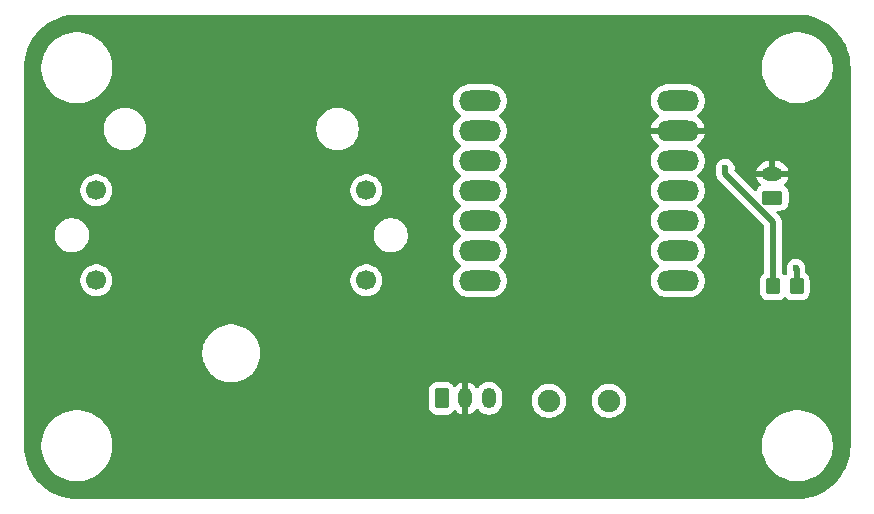
<source format=gbr>
%TF.GenerationSoftware,KiCad,Pcbnew,9.0.6*%
%TF.CreationDate,2026-02-28T16:28:42-08:00*%
%TF.ProjectId,display_new,64697370-6c61-4795-9f6e-65772e6b6963,rev?*%
%TF.SameCoordinates,Original*%
%TF.FileFunction,Copper,L1,Top*%
%TF.FilePolarity,Positive*%
%FSLAX46Y46*%
G04 Gerber Fmt 4.6, Leading zero omitted, Abs format (unit mm)*
G04 Created by KiCad (PCBNEW 9.0.6) date 2026-02-28 16:28:42*
%MOMM*%
%LPD*%
G01*
G04 APERTURE LIST*
G04 Aperture macros list*
%AMRoundRect*
0 Rectangle with rounded corners*
0 $1 Rounding radius*
0 $2 $3 $4 $5 $6 $7 $8 $9 X,Y pos of 4 corners*
0 Add a 4 corners polygon primitive as box body*
4,1,4,$2,$3,$4,$5,$6,$7,$8,$9,$2,$3,0*
0 Add four circle primitives for the rounded corners*
1,1,$1+$1,$2,$3*
1,1,$1+$1,$4,$5*
1,1,$1+$1,$6,$7*
1,1,$1+$1,$8,$9*
0 Add four rect primitives between the rounded corners*
20,1,$1+$1,$2,$3,$4,$5,0*
20,1,$1+$1,$4,$5,$6,$7,0*
20,1,$1+$1,$6,$7,$8,$9,0*
20,1,$1+$1,$8,$9,$2,$3,0*%
G04 Aperture macros list end*
%TA.AperFunction,ComponentPad*%
%ADD10O,1.750000X1.200000*%
%TD*%
%TA.AperFunction,ComponentPad*%
%ADD11RoundRect,0.250000X0.625000X-0.350000X0.625000X0.350000X-0.625000X0.350000X-0.625000X-0.350000X0*%
%TD*%
%TA.AperFunction,ComponentPad*%
%ADD12C,1.700000*%
%TD*%
%TA.AperFunction,SMDPad,CuDef*%
%ADD13RoundRect,0.250000X0.350000X0.450000X-0.350000X0.450000X-0.350000X-0.450000X0.350000X-0.450000X0*%
%TD*%
%TA.AperFunction,ComponentPad*%
%ADD14RoundRect,0.250000X-0.350000X-0.625000X0.350000X-0.625000X0.350000X0.625000X-0.350000X0.625000X0*%
%TD*%
%TA.AperFunction,ComponentPad*%
%ADD15O,1.200000X1.750000*%
%TD*%
%TA.AperFunction,ComponentPad*%
%ADD16O,3.556000X1.778000*%
%TD*%
%TA.AperFunction,ComponentPad*%
%ADD17C,1.905000*%
%TD*%
%TA.AperFunction,ViaPad*%
%ADD18C,0.600000*%
%TD*%
%TA.AperFunction,Conductor*%
%ADD19C,0.500000*%
%TD*%
G04 APERTURE END LIST*
D10*
%TO.P,J2,2,Pin_2*%
%TO.N,GND*%
X154500000Y-84000000D03*
D11*
%TO.P,J2,1,Pin_1*%
%TO.N,/RESET_BTN*%
X154500000Y-86000000D03*
%TD*%
D12*
%TO.P,M1,4*%
%TO.N,/MOTOR_B2*%
X120120000Y-85380000D03*
%TO.P,M1,3*%
%TO.N,/MOTOR_B1*%
X120120000Y-93000000D03*
%TO.P,M1,2,-*%
%TO.N,/MOTOR_A2*%
X97260000Y-85380000D03*
%TO.P,M1,1*%
%TO.N,/MOTOR_A1*%
X97260000Y-93000000D03*
%TD*%
D13*
%TO.P,R1,1*%
%TO.N,/RESET_BTN*%
X156550000Y-93500000D03*
%TO.P,R1,2*%
%TO.N,+3V3*%
X154550000Y-93500000D03*
%TD*%
D14*
%TO.P,J1,1,Pin_1*%
%TO.N,+5V*%
X126500000Y-103000000D03*
D15*
%TO.P,J1,2,Pin_2*%
%TO.N,GND*%
X128500000Y-103000000D03*
%TO.P,J1,3,Pin_3*%
%TO.N,/NEO_DATA*%
X130500000Y-103000000D03*
%TD*%
D16*
%TO.P,U1,1,GPIO1_A0_D0*%
%TO.N,/MOTOR_A1*%
X129738000Y-77800000D03*
%TO.P,U1,2,GPIO2_A1_D1*%
%TO.N,/MOTOR_A2*%
X129738000Y-80340000D03*
%TO.P,U1,3,GPIO3_A2_D2*%
%TO.N,/MOTOR_B1*%
X129738000Y-82880000D03*
%TO.P,U1,4,GPIO4_A3_D3*%
%TO.N,/MOTOR_B2*%
X129738000Y-85420000D03*
%TO.P,U1,5,GPIO4_A3_D3_SDA*%
%TO.N,unconnected-(U1-GPIO4_A3_D3_SDA-Pad5)*%
X129738000Y-87960000D03*
%TO.P,U1,6,GPIO6_A5_D5_SCL*%
%TO.N,unconnected-(U1-GPIO6_A5_D5_SCL-Pad6)*%
X129738000Y-90500000D03*
%TO.P,U1,7,GPIO43_TX_D6*%
%TO.N,unconnected-(U1-GPIO43_TX_D6-Pad7)*%
X129738000Y-93040000D03*
%TO.P,U1,8,GPIO44_D7_RX*%
%TO.N,unconnected-(U1-GPIO44_D7_RX-Pad8)*%
X146502000Y-93040000D03*
%TO.P,U1,9,GPIO7_A8_D8_SCK*%
%TO.N,/NEO_DATA*%
X146502000Y-90500000D03*
%TO.P,U1,10,GPIO8_A9_D9_CIPO*%
%TO.N,/RESET_BTN*%
X146502000Y-87960000D03*
%TO.P,U1,11,GPIO9_A10_D10_COPI*%
%TO.N,unconnected-(U1-GPIO9_A10_D10_COPI-Pad11)*%
X146502000Y-85420000D03*
%TO.P,U1,12,3V3*%
%TO.N,+3V3*%
X146502000Y-82880000D03*
%TO.P,U1,13,GND*%
%TO.N,GND*%
X146502000Y-80340000D03*
%TO.P,U1,14,5V*%
%TO.N,+5V*%
X146502000Y-77800000D03*
D17*
%TO.P,U1,15,+BATT*%
%TO.N,unconnected-(U1-+BATT-Pad15)*%
X135580000Y-103200000D03*
%TO.P,U1,16,-BATT*%
%TO.N,unconnected-(U1--BATT-Pad16)*%
X140660000Y-103200000D03*
%TD*%
D18*
%TO.N,/RESET_BTN*%
X156500000Y-92000000D03*
%TO.N,+3V3*%
X150500000Y-83500000D03*
%TD*%
D19*
%TO.N,/RESET_BTN*%
X156550000Y-92050000D02*
X156500000Y-92000000D01*
X156550000Y-93500000D02*
X156550000Y-92050000D01*
%TO.N,+3V3*%
X150500000Y-83500000D02*
X150500000Y-84000000D01*
X150500000Y-84000000D02*
X154550000Y-88050000D01*
X154550000Y-88050000D02*
X154550000Y-93500000D01*
%TD*%
%TA.AperFunction,Conductor*%
%TO.N,GND*%
G36*
X156622702Y-70500617D02*
G01*
X157006771Y-70517386D01*
X157017506Y-70518326D01*
X157395971Y-70568152D01*
X157406597Y-70570025D01*
X157779284Y-70652648D01*
X157789710Y-70655442D01*
X158153765Y-70770227D01*
X158163911Y-70773920D01*
X158516578Y-70920000D01*
X158526369Y-70924566D01*
X158864942Y-71100816D01*
X158874310Y-71106224D01*
X159196244Y-71311318D01*
X159205105Y-71317523D01*
X159507930Y-71549889D01*
X159516217Y-71556843D01*
X159797635Y-71814715D01*
X159805284Y-71822364D01*
X160063156Y-72103782D01*
X160070110Y-72112069D01*
X160302476Y-72414894D01*
X160308681Y-72423755D01*
X160513775Y-72745689D01*
X160519183Y-72755057D01*
X160695430Y-73093623D01*
X160700002Y-73103427D01*
X160846075Y-73456078D01*
X160849775Y-73466244D01*
X160964554Y-73830278D01*
X160967354Y-73840727D01*
X161049971Y-74213389D01*
X161051849Y-74224042D01*
X161101671Y-74602473D01*
X161102614Y-74613249D01*
X161119382Y-74997297D01*
X161119500Y-75002706D01*
X161119500Y-106997293D01*
X161119382Y-107002702D01*
X161102614Y-107386750D01*
X161101671Y-107397526D01*
X161051849Y-107775957D01*
X161049971Y-107786610D01*
X160967354Y-108159272D01*
X160964554Y-108169721D01*
X160849775Y-108533755D01*
X160846075Y-108543921D01*
X160700002Y-108896572D01*
X160695430Y-108906376D01*
X160519183Y-109244942D01*
X160513775Y-109254310D01*
X160308681Y-109576244D01*
X160302476Y-109585105D01*
X160070110Y-109887930D01*
X160063156Y-109896217D01*
X159805284Y-110177635D01*
X159797635Y-110185284D01*
X159516217Y-110443156D01*
X159507930Y-110450110D01*
X159205105Y-110682476D01*
X159196244Y-110688681D01*
X158874310Y-110893775D01*
X158864942Y-110899183D01*
X158526376Y-111075430D01*
X158516572Y-111080002D01*
X158163921Y-111226075D01*
X158153755Y-111229775D01*
X157789721Y-111344554D01*
X157779272Y-111347354D01*
X157406610Y-111429971D01*
X157395957Y-111431849D01*
X157017526Y-111481671D01*
X157006750Y-111482614D01*
X156622703Y-111499382D01*
X156617294Y-111499500D01*
X95622706Y-111499500D01*
X95617297Y-111499382D01*
X95233249Y-111482614D01*
X95222473Y-111481671D01*
X94844042Y-111431849D01*
X94833389Y-111429971D01*
X94460727Y-111347354D01*
X94450278Y-111344554D01*
X94086244Y-111229775D01*
X94076078Y-111226075D01*
X93723427Y-111080002D01*
X93713623Y-111075430D01*
X93375057Y-110899183D01*
X93365689Y-110893775D01*
X93043755Y-110688681D01*
X93034894Y-110682476D01*
X92732069Y-110450110D01*
X92723782Y-110443156D01*
X92442364Y-110185284D01*
X92434715Y-110177635D01*
X92176843Y-109896217D01*
X92169889Y-109887930D01*
X91937523Y-109585105D01*
X91931318Y-109576244D01*
X91726224Y-109254310D01*
X91720816Y-109244942D01*
X91590818Y-108995219D01*
X91544566Y-108906369D01*
X91539997Y-108896572D01*
X91393924Y-108543921D01*
X91390224Y-108533755D01*
X91380623Y-108503304D01*
X91275442Y-108169710D01*
X91272648Y-108159284D01*
X91190025Y-107786597D01*
X91188152Y-107775971D01*
X91138326Y-107397506D01*
X91137386Y-107386771D01*
X91120618Y-107002702D01*
X91120500Y-106997293D01*
X91120500Y-106831491D01*
X92619500Y-106831491D01*
X92619500Y-107168508D01*
X92657231Y-107503381D01*
X92657233Y-107503397D01*
X92732223Y-107831953D01*
X92732227Y-107831965D01*
X92843532Y-108150054D01*
X92989752Y-108453683D01*
X92989754Y-108453686D01*
X93169054Y-108739039D01*
X93379175Y-109002523D01*
X93617477Y-109240825D01*
X93880961Y-109450946D01*
X94166314Y-109630246D01*
X94469949Y-109776469D01*
X94708848Y-109860063D01*
X94788034Y-109887772D01*
X94788046Y-109887776D01*
X95116606Y-109962767D01*
X95451492Y-110000499D01*
X95451493Y-110000500D01*
X95451496Y-110000500D01*
X95788507Y-110000500D01*
X95788507Y-110000499D01*
X96123394Y-109962767D01*
X96451954Y-109887776D01*
X96770051Y-109776469D01*
X97073686Y-109630246D01*
X97359039Y-109450946D01*
X97622523Y-109240825D01*
X97860825Y-109002523D01*
X98070946Y-108739039D01*
X98250246Y-108453686D01*
X98396469Y-108150051D01*
X98507776Y-107831954D01*
X98582767Y-107503394D01*
X98620500Y-107168504D01*
X98620500Y-106831496D01*
X98620499Y-106831491D01*
X153619500Y-106831491D01*
X153619500Y-107168508D01*
X153657231Y-107503381D01*
X153657233Y-107503397D01*
X153732223Y-107831953D01*
X153732227Y-107831965D01*
X153843532Y-108150054D01*
X153989752Y-108453683D01*
X153989754Y-108453686D01*
X154169054Y-108739039D01*
X154379175Y-109002523D01*
X154617477Y-109240825D01*
X154880961Y-109450946D01*
X155166314Y-109630246D01*
X155469949Y-109776469D01*
X155708848Y-109860063D01*
X155788034Y-109887772D01*
X155788046Y-109887776D01*
X156116606Y-109962767D01*
X156451492Y-110000499D01*
X156451493Y-110000500D01*
X156451496Y-110000500D01*
X156788507Y-110000500D01*
X156788507Y-110000499D01*
X157123394Y-109962767D01*
X157451954Y-109887776D01*
X157770051Y-109776469D01*
X158073686Y-109630246D01*
X158359039Y-109450946D01*
X158622523Y-109240825D01*
X158860825Y-109002523D01*
X159070946Y-108739039D01*
X159250246Y-108453686D01*
X159396469Y-108150051D01*
X159507776Y-107831954D01*
X159582767Y-107503394D01*
X159620500Y-107168504D01*
X159620500Y-106831496D01*
X159582767Y-106496606D01*
X159507776Y-106168046D01*
X159396469Y-105849949D01*
X159250246Y-105546314D01*
X159070946Y-105260961D01*
X158860825Y-104997477D01*
X158622523Y-104759175D01*
X158359039Y-104549054D01*
X158082829Y-104375499D01*
X158073683Y-104369752D01*
X157770054Y-104223532D01*
X157451965Y-104112227D01*
X157451953Y-104112223D01*
X157123397Y-104037233D01*
X157123381Y-104037231D01*
X156788508Y-103999500D01*
X156788504Y-103999500D01*
X156451496Y-103999500D01*
X156451491Y-103999500D01*
X156116618Y-104037231D01*
X156116602Y-104037233D01*
X155788046Y-104112223D01*
X155788034Y-104112227D01*
X155469945Y-104223532D01*
X155166316Y-104369752D01*
X154880962Y-104549053D01*
X154617477Y-104759174D01*
X154379174Y-104997477D01*
X154169053Y-105260962D01*
X153989752Y-105546316D01*
X153843532Y-105849945D01*
X153732227Y-106168034D01*
X153732223Y-106168046D01*
X153657233Y-106496602D01*
X153657231Y-106496618D01*
X153619500Y-106831491D01*
X98620499Y-106831491D01*
X98582767Y-106496606D01*
X98507776Y-106168046D01*
X98396469Y-105849949D01*
X98250246Y-105546314D01*
X98070946Y-105260961D01*
X97860825Y-104997477D01*
X97622523Y-104759175D01*
X97359039Y-104549054D01*
X97082829Y-104375499D01*
X97073683Y-104369752D01*
X96770054Y-104223532D01*
X96451965Y-104112227D01*
X96451953Y-104112223D01*
X96123397Y-104037233D01*
X96123381Y-104037231D01*
X95788508Y-103999500D01*
X95788504Y-103999500D01*
X95451496Y-103999500D01*
X95451491Y-103999500D01*
X95116618Y-104037231D01*
X95116602Y-104037233D01*
X94788046Y-104112223D01*
X94788034Y-104112227D01*
X94469945Y-104223532D01*
X94166316Y-104369752D01*
X93880962Y-104549053D01*
X93617477Y-104759174D01*
X93379174Y-104997477D01*
X93169053Y-105260962D01*
X92989752Y-105546316D01*
X92843532Y-105849945D01*
X92732227Y-106168034D01*
X92732223Y-106168046D01*
X92657233Y-106496602D01*
X92657231Y-106496618D01*
X92619500Y-106831491D01*
X91120500Y-106831491D01*
X91120500Y-102324983D01*
X125399500Y-102324983D01*
X125399500Y-103675001D01*
X125399501Y-103675018D01*
X125410000Y-103777796D01*
X125410001Y-103777799D01*
X125434519Y-103851788D01*
X125465186Y-103944334D01*
X125557288Y-104093656D01*
X125681344Y-104217712D01*
X125830666Y-104309814D01*
X125997203Y-104364999D01*
X126099991Y-104375500D01*
X126900008Y-104375499D01*
X126900016Y-104375498D01*
X126900019Y-104375498D01*
X126956302Y-104369748D01*
X127002797Y-104364999D01*
X127169334Y-104309814D01*
X127318656Y-104217712D01*
X127442712Y-104093656D01*
X127482581Y-104029016D01*
X127534525Y-103982294D01*
X127603488Y-103971071D01*
X127667570Y-103998914D01*
X127675799Y-104006434D01*
X127783397Y-104114032D01*
X127923475Y-104215804D01*
X128077744Y-104294408D01*
X128242415Y-104347914D01*
X128242414Y-104347914D01*
X128249999Y-104349115D01*
X128250000Y-104349114D01*
X128250000Y-103280330D01*
X128269745Y-103300075D01*
X128355255Y-103349444D01*
X128450630Y-103375000D01*
X128549370Y-103375000D01*
X128644745Y-103349444D01*
X128730255Y-103300075D01*
X128750000Y-103280330D01*
X128750000Y-104349115D01*
X128757584Y-104347914D01*
X128922255Y-104294408D01*
X129076524Y-104215804D01*
X129216602Y-104114032D01*
X129339036Y-103991598D01*
X129399371Y-103908552D01*
X129454700Y-103865886D01*
X129524313Y-103859905D01*
X129586109Y-103892510D01*
X129600008Y-103908550D01*
X129620587Y-103936874D01*
X129660586Y-103991928D01*
X129783072Y-104114414D01*
X129923212Y-104216232D01*
X130077555Y-104294873D01*
X130242299Y-104348402D01*
X130413389Y-104375500D01*
X130413390Y-104375500D01*
X130586610Y-104375500D01*
X130586611Y-104375500D01*
X130757701Y-104348402D01*
X130922445Y-104294873D01*
X131076788Y-104216232D01*
X131216928Y-104114414D01*
X131339414Y-103991928D01*
X131441232Y-103851788D01*
X131519873Y-103697445D01*
X131573402Y-103532701D01*
X131600500Y-103361611D01*
X131600500Y-103085646D01*
X134127000Y-103085646D01*
X134127000Y-103314354D01*
X134144889Y-103427299D01*
X134162778Y-103540246D01*
X134162778Y-103540249D01*
X134233450Y-103757755D01*
X134310284Y-103908550D01*
X134337283Y-103961538D01*
X134471714Y-104146566D01*
X134633434Y-104308286D01*
X134818462Y-104442717D01*
X135022242Y-104546548D01*
X135022244Y-104546549D01*
X135239751Y-104617221D01*
X135239752Y-104617221D01*
X135239755Y-104617222D01*
X135465646Y-104653000D01*
X135465647Y-104653000D01*
X135694353Y-104653000D01*
X135694354Y-104653000D01*
X135920245Y-104617222D01*
X135920248Y-104617221D01*
X135920249Y-104617221D01*
X136137755Y-104546549D01*
X136137755Y-104546548D01*
X136137758Y-104546548D01*
X136341538Y-104442717D01*
X136526566Y-104308286D01*
X136688286Y-104146566D01*
X136822717Y-103961538D01*
X136926548Y-103757758D01*
X136997222Y-103540245D01*
X137033000Y-103314354D01*
X137033000Y-103085646D01*
X139207000Y-103085646D01*
X139207000Y-103314354D01*
X139224889Y-103427299D01*
X139242778Y-103540246D01*
X139242778Y-103540249D01*
X139313450Y-103757755D01*
X139390284Y-103908550D01*
X139417283Y-103961538D01*
X139551714Y-104146566D01*
X139713434Y-104308286D01*
X139898462Y-104442717D01*
X140102242Y-104546548D01*
X140102244Y-104546549D01*
X140319751Y-104617221D01*
X140319752Y-104617221D01*
X140319755Y-104617222D01*
X140545646Y-104653000D01*
X140545647Y-104653000D01*
X140774353Y-104653000D01*
X140774354Y-104653000D01*
X141000245Y-104617222D01*
X141000248Y-104617221D01*
X141000249Y-104617221D01*
X141217755Y-104546549D01*
X141217755Y-104546548D01*
X141217758Y-104546548D01*
X141421538Y-104442717D01*
X141606566Y-104308286D01*
X141768286Y-104146566D01*
X141902717Y-103961538D01*
X142006548Y-103757758D01*
X142077222Y-103540245D01*
X142113000Y-103314354D01*
X142113000Y-103085646D01*
X142077222Y-102859755D01*
X142077221Y-102859751D01*
X142077221Y-102859750D01*
X142006549Y-102642244D01*
X141997763Y-102625000D01*
X141902717Y-102438462D01*
X141768286Y-102253434D01*
X141606566Y-102091714D01*
X141421538Y-101957283D01*
X141217755Y-101853450D01*
X141000248Y-101782778D01*
X140830826Y-101755944D01*
X140774354Y-101747000D01*
X140545646Y-101747000D01*
X140470349Y-101758926D01*
X140319753Y-101782778D01*
X140319750Y-101782778D01*
X140102244Y-101853450D01*
X139898461Y-101957283D01*
X139828561Y-102008069D01*
X139713434Y-102091714D01*
X139713432Y-102091716D01*
X139713431Y-102091716D01*
X139551716Y-102253431D01*
X139551716Y-102253432D01*
X139551714Y-102253434D01*
X139499725Y-102324991D01*
X139417283Y-102438461D01*
X139313450Y-102642244D01*
X139242778Y-102859750D01*
X139242778Y-102859753D01*
X139212746Y-103049370D01*
X139207000Y-103085646D01*
X137033000Y-103085646D01*
X136997222Y-102859755D01*
X136997221Y-102859751D01*
X136997221Y-102859750D01*
X136926549Y-102642244D01*
X136917763Y-102625000D01*
X136822717Y-102438462D01*
X136688286Y-102253434D01*
X136526566Y-102091714D01*
X136341538Y-101957283D01*
X136137755Y-101853450D01*
X135920248Y-101782778D01*
X135750826Y-101755944D01*
X135694354Y-101747000D01*
X135465646Y-101747000D01*
X135390349Y-101758926D01*
X135239753Y-101782778D01*
X135239750Y-101782778D01*
X135022244Y-101853450D01*
X134818461Y-101957283D01*
X134748561Y-102008069D01*
X134633434Y-102091714D01*
X134633432Y-102091716D01*
X134633431Y-102091716D01*
X134471716Y-102253431D01*
X134471716Y-102253432D01*
X134471714Y-102253434D01*
X134419725Y-102324991D01*
X134337283Y-102438461D01*
X134233450Y-102642244D01*
X134162778Y-102859750D01*
X134162778Y-102859753D01*
X134132746Y-103049370D01*
X134127000Y-103085646D01*
X131600500Y-103085646D01*
X131600500Y-102638389D01*
X131573402Y-102467299D01*
X131519873Y-102302555D01*
X131441232Y-102148212D01*
X131339414Y-102008072D01*
X131216928Y-101885586D01*
X131076788Y-101783768D01*
X130922445Y-101705127D01*
X130757701Y-101651598D01*
X130757699Y-101651597D01*
X130757698Y-101651597D01*
X130626271Y-101630781D01*
X130586611Y-101624500D01*
X130413389Y-101624500D01*
X130373728Y-101630781D01*
X130242302Y-101651597D01*
X130077552Y-101705128D01*
X129923211Y-101783768D01*
X129843256Y-101841859D01*
X129783072Y-101885586D01*
X129783070Y-101885588D01*
X129783069Y-101885588D01*
X129660585Y-102008072D01*
X129600007Y-102091450D01*
X129544677Y-102134115D01*
X129475063Y-102140093D01*
X129413269Y-102107486D01*
X129399371Y-102091447D01*
X129339036Y-102008401D01*
X129216602Y-101885967D01*
X129076524Y-101784195D01*
X128922257Y-101705591D01*
X128757589Y-101652087D01*
X128757581Y-101652085D01*
X128750000Y-101650884D01*
X128750000Y-102719670D01*
X128730255Y-102699925D01*
X128644745Y-102650556D01*
X128549370Y-102625000D01*
X128450630Y-102625000D01*
X128355255Y-102650556D01*
X128269745Y-102699925D01*
X128250000Y-102719670D01*
X128250000Y-101650884D01*
X128249999Y-101650884D01*
X128242418Y-101652085D01*
X128242410Y-101652087D01*
X128077742Y-101705591D01*
X127923475Y-101784195D01*
X127783401Y-101885964D01*
X127675799Y-101993566D01*
X127614476Y-102027050D01*
X127544784Y-102022066D01*
X127488851Y-101980194D01*
X127482585Y-101970988D01*
X127442712Y-101906344D01*
X127318656Y-101782288D01*
X127193559Y-101705128D01*
X127169336Y-101690187D01*
X127169331Y-101690185D01*
X127167862Y-101689698D01*
X127002797Y-101635001D01*
X127002795Y-101635000D01*
X126900010Y-101624500D01*
X126099998Y-101624500D01*
X126099980Y-101624501D01*
X125997203Y-101635000D01*
X125997200Y-101635001D01*
X125830668Y-101690185D01*
X125830663Y-101690187D01*
X125681342Y-101782289D01*
X125557289Y-101906342D01*
X125465187Y-102055663D01*
X125465185Y-102055668D01*
X125439191Y-102134115D01*
X125410001Y-102222203D01*
X125410001Y-102222204D01*
X125410000Y-102222204D01*
X125399500Y-102324983D01*
X91120500Y-102324983D01*
X91120500Y-99052378D01*
X106239500Y-99052378D01*
X106239500Y-99327621D01*
X106270315Y-99601108D01*
X106270317Y-99601124D01*
X106331561Y-99869453D01*
X106331565Y-99869465D01*
X106422467Y-100129246D01*
X106541884Y-100377218D01*
X106541886Y-100377221D01*
X106688319Y-100610268D01*
X106859925Y-100825455D01*
X107054545Y-101020075D01*
X107269732Y-101191681D01*
X107502779Y-101338114D01*
X107750757Y-101457534D01*
X107945865Y-101525805D01*
X108010534Y-101548434D01*
X108010546Y-101548438D01*
X108278879Y-101609683D01*
X108552378Y-101640499D01*
X108552379Y-101640500D01*
X108552383Y-101640500D01*
X108827621Y-101640500D01*
X108827621Y-101640499D01*
X109101121Y-101609683D01*
X109369454Y-101548438D01*
X109629243Y-101457534D01*
X109877221Y-101338114D01*
X110110268Y-101191681D01*
X110325455Y-101020075D01*
X110520075Y-100825455D01*
X110691681Y-100610268D01*
X110838114Y-100377221D01*
X110957534Y-100129243D01*
X111048438Y-99869454D01*
X111109683Y-99601121D01*
X111140500Y-99327617D01*
X111140500Y-99052383D01*
X111109683Y-98778879D01*
X111048438Y-98510546D01*
X110957534Y-98250757D01*
X110838114Y-98002779D01*
X110691681Y-97769732D01*
X110520075Y-97554545D01*
X110325455Y-97359925D01*
X110110268Y-97188319D01*
X109877221Y-97041886D01*
X109877218Y-97041884D01*
X109629246Y-96922467D01*
X109369465Y-96831565D01*
X109369453Y-96831561D01*
X109101124Y-96770317D01*
X109101108Y-96770315D01*
X108827621Y-96739500D01*
X108827617Y-96739500D01*
X108552383Y-96739500D01*
X108552379Y-96739500D01*
X108278891Y-96770315D01*
X108278875Y-96770317D01*
X108010546Y-96831561D01*
X108010534Y-96831565D01*
X107750753Y-96922467D01*
X107502781Y-97041884D01*
X107269733Y-97188318D01*
X107054545Y-97359924D01*
X106859924Y-97554545D01*
X106688318Y-97769733D01*
X106541884Y-98002781D01*
X106422467Y-98250753D01*
X106331565Y-98510534D01*
X106331561Y-98510546D01*
X106270317Y-98778875D01*
X106270315Y-98778891D01*
X106239500Y-99052378D01*
X91120500Y-99052378D01*
X91120500Y-92893713D01*
X95909500Y-92893713D01*
X95909500Y-93106287D01*
X95942754Y-93316243D01*
X95958718Y-93365376D01*
X96008444Y-93518414D01*
X96104951Y-93707820D01*
X96229890Y-93879786D01*
X96380213Y-94030109D01*
X96552179Y-94155048D01*
X96552181Y-94155049D01*
X96552184Y-94155051D01*
X96741588Y-94251557D01*
X96943757Y-94317246D01*
X97153713Y-94350500D01*
X97153714Y-94350500D01*
X97366286Y-94350500D01*
X97366287Y-94350500D01*
X97576243Y-94317246D01*
X97778412Y-94251557D01*
X97967816Y-94155051D01*
X97989789Y-94139086D01*
X98139786Y-94030109D01*
X98139788Y-94030106D01*
X98139792Y-94030104D01*
X98290104Y-93879792D01*
X98290106Y-93879788D01*
X98290109Y-93879786D01*
X98415048Y-93707820D01*
X98415047Y-93707820D01*
X98415051Y-93707816D01*
X98511557Y-93518412D01*
X98577246Y-93316243D01*
X98610500Y-93106287D01*
X98610500Y-92893713D01*
X118769500Y-92893713D01*
X118769500Y-93106287D01*
X118802754Y-93316243D01*
X118818718Y-93365376D01*
X118868444Y-93518414D01*
X118964951Y-93707820D01*
X119089890Y-93879786D01*
X119240213Y-94030109D01*
X119412179Y-94155048D01*
X119412181Y-94155049D01*
X119412184Y-94155051D01*
X119601588Y-94251557D01*
X119803757Y-94317246D01*
X120013713Y-94350500D01*
X120013714Y-94350500D01*
X120226286Y-94350500D01*
X120226287Y-94350500D01*
X120436243Y-94317246D01*
X120638412Y-94251557D01*
X120827816Y-94155051D01*
X120849789Y-94139086D01*
X120999786Y-94030109D01*
X120999788Y-94030106D01*
X120999792Y-94030104D01*
X121150104Y-93879792D01*
X121150106Y-93879788D01*
X121150109Y-93879786D01*
X121275048Y-93707820D01*
X121275047Y-93707820D01*
X121275051Y-93707816D01*
X121371557Y-93518412D01*
X121437246Y-93316243D01*
X121470500Y-93106287D01*
X121470500Y-92893713D01*
X121437246Y-92683757D01*
X121371557Y-92481588D01*
X121275051Y-92292184D01*
X121275049Y-92292181D01*
X121275048Y-92292179D01*
X121150109Y-92120213D01*
X120999786Y-91969890D01*
X120827820Y-91844951D01*
X120638414Y-91748444D01*
X120638413Y-91748443D01*
X120638412Y-91748443D01*
X120436243Y-91682754D01*
X120436241Y-91682753D01*
X120436240Y-91682753D01*
X120274957Y-91657208D01*
X120226287Y-91649500D01*
X120013713Y-91649500D01*
X119965042Y-91657208D01*
X119803760Y-91682753D01*
X119601585Y-91748444D01*
X119412179Y-91844951D01*
X119240213Y-91969890D01*
X119089890Y-92120213D01*
X118964951Y-92292179D01*
X118868444Y-92481585D01*
X118802753Y-92683760D01*
X118795324Y-92730666D01*
X118769500Y-92893713D01*
X98610500Y-92893713D01*
X98577246Y-92683757D01*
X98511557Y-92481588D01*
X98415051Y-92292184D01*
X98415049Y-92292181D01*
X98415048Y-92292179D01*
X98290109Y-92120213D01*
X98139786Y-91969890D01*
X97967820Y-91844951D01*
X97778414Y-91748444D01*
X97778413Y-91748443D01*
X97778412Y-91748443D01*
X97576243Y-91682754D01*
X97576241Y-91682753D01*
X97576240Y-91682753D01*
X97414957Y-91657208D01*
X97366287Y-91649500D01*
X97153713Y-91649500D01*
X97105042Y-91657208D01*
X96943760Y-91682753D01*
X96741585Y-91748444D01*
X96552179Y-91844951D01*
X96380213Y-91969890D01*
X96229890Y-92120213D01*
X96104951Y-92292179D01*
X96008444Y-92481585D01*
X95942753Y-92683760D01*
X95935324Y-92730666D01*
X95909500Y-92893713D01*
X91120500Y-92893713D01*
X91120500Y-89075837D01*
X93739500Y-89075837D01*
X93739500Y-89304162D01*
X93775215Y-89529660D01*
X93845770Y-89746803D01*
X93949421Y-89950228D01*
X94083621Y-90134937D01*
X94245063Y-90296379D01*
X94429772Y-90430579D01*
X94525884Y-90479550D01*
X94633196Y-90534229D01*
X94633198Y-90534229D01*
X94633201Y-90534231D01*
X94749592Y-90572049D01*
X94850339Y-90604784D01*
X95075838Y-90640500D01*
X95075843Y-90640500D01*
X95304162Y-90640500D01*
X95529660Y-90604784D01*
X95746799Y-90534231D01*
X95950228Y-90430579D01*
X96134937Y-90296379D01*
X96296379Y-90134937D01*
X96430579Y-89950228D01*
X96534231Y-89746799D01*
X96604784Y-89529660D01*
X96615241Y-89463638D01*
X96640500Y-89304162D01*
X96640500Y-89075837D01*
X120739500Y-89075837D01*
X120739500Y-89304162D01*
X120775215Y-89529660D01*
X120845770Y-89746803D01*
X120949421Y-89950228D01*
X121083621Y-90134937D01*
X121245063Y-90296379D01*
X121429772Y-90430579D01*
X121525884Y-90479550D01*
X121633196Y-90534229D01*
X121633198Y-90534229D01*
X121633201Y-90534231D01*
X121749592Y-90572049D01*
X121850339Y-90604784D01*
X122075838Y-90640500D01*
X122075843Y-90640500D01*
X122304162Y-90640500D01*
X122529660Y-90604784D01*
X122746799Y-90534231D01*
X122950228Y-90430579D01*
X123134937Y-90296379D01*
X123296379Y-90134937D01*
X123430579Y-89950228D01*
X123534231Y-89746799D01*
X123604784Y-89529660D01*
X123615241Y-89463638D01*
X123640500Y-89304162D01*
X123640500Y-89075837D01*
X123604784Y-88850339D01*
X123534229Y-88633196D01*
X123430578Y-88429771D01*
X123417834Y-88412230D01*
X123296379Y-88245063D01*
X123134937Y-88083621D01*
X122950228Y-87949421D01*
X122746803Y-87845770D01*
X122529660Y-87775215D01*
X122304162Y-87739500D01*
X122304157Y-87739500D01*
X122075843Y-87739500D01*
X122075838Y-87739500D01*
X121850339Y-87775215D01*
X121633196Y-87845770D01*
X121429771Y-87949421D01*
X121245061Y-88083622D01*
X121083622Y-88245061D01*
X120949421Y-88429771D01*
X120845770Y-88633196D01*
X120775215Y-88850339D01*
X120739500Y-89075837D01*
X96640500Y-89075837D01*
X96604784Y-88850339D01*
X96534229Y-88633196D01*
X96430578Y-88429771D01*
X96417834Y-88412230D01*
X96296379Y-88245063D01*
X96134937Y-88083621D01*
X95950228Y-87949421D01*
X95746803Y-87845770D01*
X95529660Y-87775215D01*
X95304162Y-87739500D01*
X95304157Y-87739500D01*
X95075843Y-87739500D01*
X95075838Y-87739500D01*
X94850339Y-87775215D01*
X94633196Y-87845770D01*
X94429771Y-87949421D01*
X94245061Y-88083622D01*
X94083622Y-88245061D01*
X93949421Y-88429771D01*
X93845770Y-88633196D01*
X93775215Y-88850339D01*
X93739500Y-89075837D01*
X91120500Y-89075837D01*
X91120500Y-85273713D01*
X95909500Y-85273713D01*
X95909500Y-85486287D01*
X95942754Y-85696243D01*
X95958718Y-85745376D01*
X96008444Y-85898414D01*
X96104951Y-86087820D01*
X96229890Y-86259786D01*
X96380213Y-86410109D01*
X96552179Y-86535048D01*
X96552181Y-86535049D01*
X96552184Y-86535051D01*
X96741588Y-86631557D01*
X96943757Y-86697246D01*
X97153713Y-86730500D01*
X97153714Y-86730500D01*
X97366286Y-86730500D01*
X97366287Y-86730500D01*
X97576243Y-86697246D01*
X97778412Y-86631557D01*
X97967816Y-86535051D01*
X98043785Y-86479857D01*
X98139786Y-86410109D01*
X98139788Y-86410106D01*
X98139792Y-86410104D01*
X98290104Y-86259792D01*
X98290106Y-86259788D01*
X98290109Y-86259786D01*
X98415048Y-86087820D01*
X98415047Y-86087820D01*
X98415051Y-86087816D01*
X98511557Y-85898412D01*
X98577246Y-85696243D01*
X98610500Y-85486287D01*
X98610500Y-85273713D01*
X118769500Y-85273713D01*
X118769500Y-85486287D01*
X118802754Y-85696243D01*
X118818718Y-85745376D01*
X118868444Y-85898414D01*
X118964951Y-86087820D01*
X119089890Y-86259786D01*
X119240213Y-86410109D01*
X119412179Y-86535048D01*
X119412181Y-86535049D01*
X119412184Y-86535051D01*
X119601588Y-86631557D01*
X119803757Y-86697246D01*
X120013713Y-86730500D01*
X120013714Y-86730500D01*
X120226286Y-86730500D01*
X120226287Y-86730500D01*
X120436243Y-86697246D01*
X120638412Y-86631557D01*
X120827816Y-86535051D01*
X120903785Y-86479857D01*
X120999786Y-86410109D01*
X120999788Y-86410106D01*
X120999792Y-86410104D01*
X121150104Y-86259792D01*
X121150106Y-86259788D01*
X121150109Y-86259786D01*
X121275048Y-86087820D01*
X121275047Y-86087820D01*
X121275051Y-86087816D01*
X121371557Y-85898412D01*
X121437246Y-85696243D01*
X121470500Y-85486287D01*
X121470500Y-85273713D01*
X121437246Y-85063757D01*
X121371557Y-84861588D01*
X121275051Y-84672184D01*
X121275049Y-84672181D01*
X121275048Y-84672179D01*
X121150109Y-84500213D01*
X120999786Y-84349890D01*
X120827820Y-84224951D01*
X120638414Y-84128444D01*
X120638413Y-84128443D01*
X120638412Y-84128443D01*
X120436243Y-84062754D01*
X120436241Y-84062753D01*
X120436240Y-84062753D01*
X120274957Y-84037208D01*
X120226287Y-84029500D01*
X120013713Y-84029500D01*
X119965042Y-84037208D01*
X119803760Y-84062753D01*
X119601585Y-84128444D01*
X119412179Y-84224951D01*
X119240213Y-84349890D01*
X119089890Y-84500213D01*
X118964951Y-84672179D01*
X118868444Y-84861585D01*
X118802753Y-85063760D01*
X118797865Y-85094623D01*
X118769500Y-85273713D01*
X98610500Y-85273713D01*
X98577246Y-85063757D01*
X98511557Y-84861588D01*
X98415051Y-84672184D01*
X98415049Y-84672181D01*
X98415048Y-84672179D01*
X98290109Y-84500213D01*
X98139786Y-84349890D01*
X97967820Y-84224951D01*
X97778414Y-84128444D01*
X97778413Y-84128443D01*
X97778412Y-84128443D01*
X97576243Y-84062754D01*
X97576241Y-84062753D01*
X97576240Y-84062753D01*
X97414957Y-84037208D01*
X97366287Y-84029500D01*
X97153713Y-84029500D01*
X97105042Y-84037208D01*
X96943760Y-84062753D01*
X96741585Y-84128444D01*
X96552179Y-84224951D01*
X96380213Y-84349890D01*
X96229890Y-84500213D01*
X96104951Y-84672179D01*
X96008444Y-84861585D01*
X95942753Y-85063760D01*
X95937865Y-85094623D01*
X95909500Y-85273713D01*
X91120500Y-85273713D01*
X91120500Y-80071995D01*
X97889500Y-80071995D01*
X97889500Y-80308004D01*
X97889501Y-80308020D01*
X97920306Y-80542010D01*
X97981394Y-80769993D01*
X98071714Y-80988045D01*
X98071719Y-80988056D01*
X98142677Y-81110957D01*
X98189727Y-81192450D01*
X98189729Y-81192453D01*
X98189730Y-81192454D01*
X98333406Y-81379697D01*
X98333412Y-81379704D01*
X98500295Y-81546587D01*
X98500302Y-81546593D01*
X98582936Y-81610000D01*
X98687550Y-81690273D01*
X98818918Y-81766118D01*
X98891943Y-81808280D01*
X98891948Y-81808282D01*
X98891951Y-81808284D01*
X99110007Y-81898606D01*
X99337986Y-81959693D01*
X99571989Y-81990500D01*
X99571996Y-81990500D01*
X99808004Y-81990500D01*
X99808011Y-81990500D01*
X100042014Y-81959693D01*
X100269993Y-81898606D01*
X100488049Y-81808284D01*
X100692450Y-81690273D01*
X100879699Y-81546592D01*
X101046592Y-81379699D01*
X101190273Y-81192450D01*
X101308284Y-80988049D01*
X101398606Y-80769993D01*
X101459693Y-80542014D01*
X101490500Y-80308011D01*
X101490500Y-80071995D01*
X115889500Y-80071995D01*
X115889500Y-80308004D01*
X115889501Y-80308020D01*
X115920306Y-80542010D01*
X115981394Y-80769993D01*
X116071714Y-80988045D01*
X116071719Y-80988056D01*
X116142677Y-81110957D01*
X116189727Y-81192450D01*
X116189729Y-81192453D01*
X116189730Y-81192454D01*
X116333406Y-81379697D01*
X116333412Y-81379704D01*
X116500295Y-81546587D01*
X116500302Y-81546593D01*
X116582936Y-81610000D01*
X116687550Y-81690273D01*
X116818918Y-81766118D01*
X116891943Y-81808280D01*
X116891948Y-81808282D01*
X116891951Y-81808284D01*
X117110007Y-81898606D01*
X117337986Y-81959693D01*
X117571989Y-81990500D01*
X117571996Y-81990500D01*
X117808004Y-81990500D01*
X117808011Y-81990500D01*
X118042014Y-81959693D01*
X118269993Y-81898606D01*
X118488049Y-81808284D01*
X118692450Y-81690273D01*
X118879699Y-81546592D01*
X119046592Y-81379699D01*
X119190273Y-81192450D01*
X119308284Y-80988049D01*
X119398606Y-80769993D01*
X119459693Y-80542014D01*
X119490500Y-80308011D01*
X119490500Y-80071989D01*
X119459693Y-79837986D01*
X119398606Y-79610007D01*
X119308284Y-79391951D01*
X119308282Y-79391948D01*
X119308280Y-79391943D01*
X119243954Y-79280528D01*
X119190273Y-79187550D01*
X119046592Y-79000301D01*
X119046587Y-79000295D01*
X118879704Y-78833412D01*
X118879697Y-78833406D01*
X118692454Y-78689730D01*
X118692453Y-78689729D01*
X118692450Y-78689727D01*
X118610957Y-78642677D01*
X118488056Y-78571719D01*
X118488045Y-78571714D01*
X118269993Y-78481394D01*
X118042010Y-78420306D01*
X117808020Y-78389501D01*
X117808017Y-78389500D01*
X117808011Y-78389500D01*
X117571989Y-78389500D01*
X117571983Y-78389500D01*
X117571979Y-78389501D01*
X117337989Y-78420306D01*
X117110006Y-78481394D01*
X116891954Y-78571714D01*
X116891943Y-78571719D01*
X116687545Y-78689730D01*
X116500302Y-78833406D01*
X116500295Y-78833412D01*
X116333412Y-79000295D01*
X116333406Y-79000302D01*
X116189730Y-79187545D01*
X116071719Y-79391943D01*
X116071714Y-79391954D01*
X115981394Y-79610006D01*
X115920306Y-79837989D01*
X115889501Y-80071979D01*
X115889500Y-80071995D01*
X101490500Y-80071995D01*
X101490500Y-80071989D01*
X101459693Y-79837986D01*
X101398606Y-79610007D01*
X101308284Y-79391951D01*
X101308282Y-79391948D01*
X101308280Y-79391943D01*
X101243954Y-79280528D01*
X101190273Y-79187550D01*
X101046592Y-79000301D01*
X101046587Y-79000295D01*
X100879704Y-78833412D01*
X100879697Y-78833406D01*
X100692454Y-78689730D01*
X100692453Y-78689729D01*
X100692450Y-78689727D01*
X100610957Y-78642677D01*
X100488056Y-78571719D01*
X100488045Y-78571714D01*
X100269993Y-78481394D01*
X100042010Y-78420306D01*
X99808020Y-78389501D01*
X99808017Y-78389500D01*
X99808011Y-78389500D01*
X99571989Y-78389500D01*
X99571983Y-78389500D01*
X99571979Y-78389501D01*
X99337989Y-78420306D01*
X99110006Y-78481394D01*
X98891954Y-78571714D01*
X98891943Y-78571719D01*
X98687545Y-78689730D01*
X98500302Y-78833406D01*
X98500295Y-78833412D01*
X98333412Y-79000295D01*
X98333406Y-79000302D01*
X98189730Y-79187545D01*
X98071719Y-79391943D01*
X98071714Y-79391954D01*
X97981394Y-79610006D01*
X97920306Y-79837989D01*
X97889501Y-80071979D01*
X97889500Y-80071995D01*
X91120500Y-80071995D01*
X91120500Y-75002706D01*
X91120618Y-74997297D01*
X91127857Y-74831491D01*
X92619500Y-74831491D01*
X92619500Y-75168508D01*
X92657231Y-75503381D01*
X92657233Y-75503397D01*
X92732223Y-75831953D01*
X92732227Y-75831965D01*
X92843532Y-76150054D01*
X92989752Y-76453683D01*
X93026583Y-76512299D01*
X93169054Y-76739039D01*
X93379175Y-77002523D01*
X93617477Y-77240825D01*
X93880961Y-77450946D01*
X94166314Y-77630246D01*
X94469949Y-77776469D01*
X94708848Y-77860063D01*
X94788034Y-77887772D01*
X94788046Y-77887776D01*
X95116606Y-77962767D01*
X95451492Y-78000499D01*
X95451493Y-78000500D01*
X95451496Y-78000500D01*
X95788507Y-78000500D01*
X95788507Y-78000499D01*
X96123394Y-77962767D01*
X96451954Y-77887776D01*
X96770051Y-77776469D01*
X96948281Y-77690638D01*
X127459500Y-77690638D01*
X127459500Y-77909361D01*
X127493714Y-78125376D01*
X127561297Y-78333380D01*
X127561298Y-78333383D01*
X127660595Y-78528260D01*
X127789142Y-78705193D01*
X127943806Y-78859857D01*
X128094969Y-78969682D01*
X128137635Y-79025011D01*
X128143614Y-79094625D01*
X128111009Y-79156420D01*
X128094969Y-79170318D01*
X127943806Y-79280142D01*
X127789142Y-79434806D01*
X127660595Y-79611739D01*
X127561298Y-79806616D01*
X127561297Y-79806619D01*
X127493714Y-80014623D01*
X127459500Y-80230638D01*
X127459500Y-80449361D01*
X127493714Y-80665376D01*
X127561297Y-80873380D01*
X127561298Y-80873383D01*
X127572362Y-80895096D01*
X127660461Y-81067998D01*
X127660595Y-81068260D01*
X127789142Y-81245193D01*
X127943806Y-81399857D01*
X128094969Y-81509682D01*
X128137635Y-81565011D01*
X128143614Y-81634625D01*
X128111009Y-81696420D01*
X128094969Y-81710318D01*
X127943806Y-81820142D01*
X127789142Y-81974806D01*
X127660595Y-82151739D01*
X127561298Y-82346616D01*
X127561297Y-82346619D01*
X127493714Y-82554623D01*
X127459500Y-82770638D01*
X127459500Y-82989361D01*
X127493714Y-83205376D01*
X127561297Y-83413380D01*
X127561298Y-83413383D01*
X127660595Y-83608260D01*
X127789142Y-83785193D01*
X127943806Y-83939857D01*
X128094969Y-84049682D01*
X128137635Y-84105011D01*
X128143614Y-84174625D01*
X128111009Y-84236420D01*
X128094969Y-84250318D01*
X127943806Y-84360142D01*
X127789142Y-84514806D01*
X127660595Y-84691739D01*
X127561298Y-84886616D01*
X127561297Y-84886619D01*
X127493714Y-85094623D01*
X127459500Y-85310638D01*
X127459500Y-85529361D01*
X127493714Y-85745376D01*
X127561297Y-85953380D01*
X127561298Y-85953383D01*
X127660595Y-86148260D01*
X127789142Y-86325193D01*
X127943806Y-86479857D01*
X128094969Y-86589682D01*
X128137635Y-86645011D01*
X128143614Y-86714625D01*
X128111009Y-86776420D01*
X128094969Y-86790318D01*
X127943806Y-86900142D01*
X127789142Y-87054806D01*
X127660595Y-87231739D01*
X127561298Y-87426616D01*
X127561297Y-87426619D01*
X127493714Y-87634623D01*
X127459500Y-87850638D01*
X127459500Y-88069361D01*
X127493714Y-88285376D01*
X127561297Y-88493380D01*
X127561298Y-88493383D01*
X127660595Y-88688260D01*
X127789142Y-88865193D01*
X127943806Y-89019857D01*
X128094969Y-89129682D01*
X128137635Y-89185011D01*
X128143614Y-89254625D01*
X128111009Y-89316420D01*
X128094969Y-89330318D01*
X127943806Y-89440142D01*
X127789142Y-89594806D01*
X127660595Y-89771739D01*
X127561298Y-89966616D01*
X127561297Y-89966619D01*
X127493714Y-90174623D01*
X127459500Y-90390638D01*
X127459500Y-90609361D01*
X127493714Y-90825376D01*
X127561297Y-91033380D01*
X127561298Y-91033383D01*
X127628782Y-91165825D01*
X127645940Y-91199500D01*
X127660595Y-91228260D01*
X127789142Y-91405193D01*
X127943806Y-91559857D01*
X128094969Y-91669682D01*
X128137635Y-91725011D01*
X128143614Y-91794625D01*
X128111009Y-91856420D01*
X128094969Y-91870318D01*
X127943806Y-91980142D01*
X127789142Y-92134806D01*
X127660595Y-92311739D01*
X127561298Y-92506616D01*
X127561297Y-92506619D01*
X127493714Y-92714623D01*
X127459500Y-92930638D01*
X127459500Y-93149361D01*
X127493714Y-93365376D01*
X127561297Y-93573380D01*
X127561298Y-93573383D01*
X127660595Y-93768260D01*
X127789142Y-93945193D01*
X127943806Y-94099857D01*
X128109374Y-94220147D01*
X128120743Y-94228407D01*
X128248132Y-94293315D01*
X128315616Y-94327701D01*
X128315619Y-94327702D01*
X128385786Y-94350500D01*
X128523625Y-94395286D01*
X128623672Y-94411132D01*
X128739639Y-94429500D01*
X128739644Y-94429500D01*
X130736361Y-94429500D01*
X130841082Y-94412912D01*
X130952375Y-94395286D01*
X131160383Y-94327701D01*
X131355257Y-94228407D01*
X131456228Y-94155048D01*
X131532193Y-94099857D01*
X131532195Y-94099854D01*
X131532199Y-94099852D01*
X131686852Y-93945199D01*
X131686854Y-93945195D01*
X131686857Y-93945193D01*
X131743229Y-93867601D01*
X131815407Y-93768257D01*
X131914701Y-93573383D01*
X131982286Y-93365375D01*
X131999912Y-93254082D01*
X132016500Y-93149361D01*
X132016500Y-92930638D01*
X131996595Y-92804971D01*
X131982286Y-92714625D01*
X131914701Y-92506617D01*
X131914701Y-92506616D01*
X131868146Y-92415249D01*
X131815407Y-92311743D01*
X131801193Y-92292179D01*
X131686857Y-92134806D01*
X131532199Y-91980148D01*
X131518080Y-91969890D01*
X131381028Y-91870316D01*
X131338364Y-91814989D01*
X131332385Y-91745376D01*
X131364990Y-91683580D01*
X131381023Y-91669686D01*
X131532199Y-91559852D01*
X131686852Y-91405199D01*
X131686854Y-91405195D01*
X131686857Y-91405193D01*
X131770111Y-91290602D01*
X131815407Y-91228257D01*
X131914701Y-91033383D01*
X131982286Y-90825375D01*
X131999912Y-90714082D01*
X132016500Y-90609361D01*
X132016500Y-90390638D01*
X131996595Y-90264971D01*
X131982286Y-90174625D01*
X131914701Y-89966617D01*
X131914701Y-89966616D01*
X131880315Y-89899132D01*
X131815407Y-89771743D01*
X131797284Y-89746799D01*
X131686857Y-89594806D01*
X131532199Y-89440148D01*
X131532191Y-89440142D01*
X131381028Y-89330316D01*
X131338364Y-89274989D01*
X131332385Y-89205376D01*
X131364990Y-89143580D01*
X131381023Y-89129686D01*
X131532199Y-89019852D01*
X131686852Y-88865199D01*
X131686854Y-88865195D01*
X131686857Y-88865193D01*
X131774656Y-88744346D01*
X131815407Y-88688257D01*
X131914701Y-88493383D01*
X131982286Y-88285375D01*
X131999912Y-88174082D01*
X132016500Y-88069361D01*
X132016500Y-87850638D01*
X131996595Y-87724971D01*
X131982286Y-87634625D01*
X131914701Y-87426617D01*
X131914701Y-87426616D01*
X131856392Y-87312180D01*
X131815407Y-87231743D01*
X131778661Y-87181166D01*
X131686857Y-87054806D01*
X131532199Y-86900148D01*
X131420035Y-86818657D01*
X131381028Y-86790316D01*
X131338364Y-86734989D01*
X131332385Y-86665376D01*
X131364990Y-86603580D01*
X131381023Y-86589686D01*
X131532199Y-86479852D01*
X131686852Y-86325199D01*
X131686854Y-86325195D01*
X131686857Y-86325193D01*
X131743229Y-86247601D01*
X131815407Y-86148257D01*
X131914701Y-85953383D01*
X131982286Y-85745375D01*
X131999912Y-85634082D01*
X132016500Y-85529361D01*
X132016500Y-85310638D01*
X131996021Y-85181342D01*
X131982286Y-85094625D01*
X131922299Y-84910001D01*
X131914702Y-84886619D01*
X131914701Y-84886616D01*
X131828071Y-84716598D01*
X131815407Y-84691743D01*
X131801193Y-84672179D01*
X131686857Y-84514806D01*
X131532199Y-84360148D01*
X131525795Y-84355495D01*
X131381028Y-84250316D01*
X131338364Y-84194989D01*
X131332385Y-84125376D01*
X131364990Y-84063580D01*
X131381023Y-84049686D01*
X131532199Y-83939852D01*
X131686852Y-83785199D01*
X131686854Y-83785195D01*
X131686857Y-83785193D01*
X131784675Y-83650556D01*
X131815407Y-83608257D01*
X131914701Y-83413383D01*
X131982286Y-83205375D01*
X132005439Y-83059195D01*
X132016500Y-82989361D01*
X132016500Y-82770638D01*
X131996595Y-82644971D01*
X131982286Y-82554625D01*
X131914701Y-82346617D01*
X131914701Y-82346616D01*
X131880315Y-82279132D01*
X131815407Y-82151743D01*
X131807147Y-82140374D01*
X131686857Y-81974806D01*
X131532199Y-81820148D01*
X131515864Y-81808280D01*
X131381028Y-81710316D01*
X131338364Y-81654989D01*
X131332385Y-81585376D01*
X131364990Y-81523580D01*
X131381023Y-81509686D01*
X131532199Y-81399852D01*
X131686852Y-81245199D01*
X131686854Y-81245195D01*
X131686857Y-81245193D01*
X131743229Y-81167601D01*
X131815407Y-81068257D01*
X131914701Y-80873383D01*
X131982286Y-80665375D01*
X131999912Y-80554082D01*
X132016500Y-80449361D01*
X132016500Y-80230638D01*
X131994224Y-80090000D01*
X131982286Y-80014625D01*
X131924894Y-79837989D01*
X131914702Y-79806619D01*
X131914701Y-79806616D01*
X131851614Y-79682803D01*
X131815407Y-79611743D01*
X131786516Y-79571978D01*
X131686857Y-79434806D01*
X131532199Y-79280148D01*
X131532191Y-79280142D01*
X131381028Y-79170316D01*
X131338364Y-79114989D01*
X131332385Y-79045376D01*
X131364990Y-78983580D01*
X131381023Y-78969686D01*
X131532199Y-78859852D01*
X131686852Y-78705199D01*
X131686854Y-78705195D01*
X131686857Y-78705193D01*
X131783832Y-78571716D01*
X131815407Y-78528257D01*
X131914701Y-78333383D01*
X131982286Y-78125375D01*
X132002064Y-78000499D01*
X132016500Y-77909361D01*
X132016500Y-77690638D01*
X144223500Y-77690638D01*
X144223500Y-77909361D01*
X144257714Y-78125376D01*
X144325297Y-78333380D01*
X144325298Y-78333383D01*
X144424595Y-78528260D01*
X144553142Y-78705193D01*
X144707802Y-78859853D01*
X144707807Y-78859857D01*
X144859394Y-78969991D01*
X144902060Y-79025320D01*
X144908039Y-79094934D01*
X144875434Y-79156729D01*
X144859394Y-79170627D01*
X144708133Y-79280524D01*
X144708128Y-79280528D01*
X144553528Y-79435128D01*
X144553524Y-79435133D01*
X144425023Y-79612001D01*
X144325762Y-79806808D01*
X144325761Y-79806811D01*
X144258201Y-80014741D01*
X144246282Y-80090000D01*
X145297749Y-80090000D01*
X145266619Y-80143919D01*
X145232000Y-80273120D01*
X145232000Y-80406880D01*
X145266619Y-80536081D01*
X145297749Y-80590000D01*
X144246282Y-80590000D01*
X144258201Y-80665258D01*
X144325761Y-80873188D01*
X144325762Y-80873191D01*
X144425023Y-81067998D01*
X144553524Y-81244866D01*
X144553528Y-81244871D01*
X144708128Y-81399471D01*
X144708133Y-81399475D01*
X144859394Y-81509372D01*
X144902060Y-81564701D01*
X144908039Y-81634315D01*
X144875434Y-81696110D01*
X144859394Y-81710008D01*
X144707807Y-81820142D01*
X144707802Y-81820146D01*
X144553142Y-81974806D01*
X144424595Y-82151739D01*
X144325298Y-82346616D01*
X144325297Y-82346619D01*
X144257714Y-82554623D01*
X144223500Y-82770638D01*
X144223500Y-82989361D01*
X144257714Y-83205376D01*
X144325297Y-83413380D01*
X144325298Y-83413383D01*
X144424595Y-83608260D01*
X144553142Y-83785193D01*
X144707806Y-83939857D01*
X144858969Y-84049682D01*
X144901635Y-84105011D01*
X144907614Y-84174625D01*
X144875009Y-84236420D01*
X144858969Y-84250318D01*
X144707806Y-84360142D01*
X144553142Y-84514806D01*
X144424595Y-84691739D01*
X144325298Y-84886616D01*
X144325297Y-84886619D01*
X144257714Y-85094623D01*
X144223500Y-85310638D01*
X144223500Y-85529361D01*
X144257714Y-85745376D01*
X144325297Y-85953380D01*
X144325298Y-85953383D01*
X144424595Y-86148260D01*
X144553142Y-86325193D01*
X144707806Y-86479857D01*
X144858969Y-86589682D01*
X144901635Y-86645011D01*
X144907614Y-86714625D01*
X144875009Y-86776420D01*
X144858969Y-86790318D01*
X144707806Y-86900142D01*
X144553142Y-87054806D01*
X144424595Y-87231739D01*
X144325298Y-87426616D01*
X144325297Y-87426619D01*
X144257714Y-87634623D01*
X144223500Y-87850638D01*
X144223500Y-88069361D01*
X144257714Y-88285376D01*
X144325297Y-88493380D01*
X144325298Y-88493383D01*
X144424595Y-88688260D01*
X144553142Y-88865193D01*
X144707806Y-89019857D01*
X144858969Y-89129682D01*
X144901635Y-89185011D01*
X144907614Y-89254625D01*
X144875009Y-89316420D01*
X144858969Y-89330318D01*
X144707806Y-89440142D01*
X144553142Y-89594806D01*
X144424595Y-89771739D01*
X144325298Y-89966616D01*
X144325297Y-89966619D01*
X144257714Y-90174623D01*
X144223500Y-90390638D01*
X144223500Y-90609361D01*
X144257714Y-90825376D01*
X144325297Y-91033380D01*
X144325298Y-91033383D01*
X144392782Y-91165825D01*
X144409940Y-91199500D01*
X144424595Y-91228260D01*
X144553142Y-91405193D01*
X144707806Y-91559857D01*
X144858969Y-91669682D01*
X144901635Y-91725011D01*
X144907614Y-91794625D01*
X144875009Y-91856420D01*
X144858969Y-91870318D01*
X144707806Y-91980142D01*
X144553142Y-92134806D01*
X144424595Y-92311739D01*
X144325298Y-92506616D01*
X144325297Y-92506619D01*
X144257714Y-92714623D01*
X144223500Y-92930638D01*
X144223500Y-93149361D01*
X144257714Y-93365376D01*
X144325297Y-93573380D01*
X144325298Y-93573383D01*
X144424595Y-93768260D01*
X144553142Y-93945193D01*
X144707806Y-94099857D01*
X144873374Y-94220147D01*
X144884743Y-94228407D01*
X145012132Y-94293315D01*
X145079616Y-94327701D01*
X145079619Y-94327702D01*
X145149786Y-94350500D01*
X145287625Y-94395286D01*
X145387672Y-94411132D01*
X145503639Y-94429500D01*
X145503644Y-94429500D01*
X147500361Y-94429500D01*
X147605082Y-94412912D01*
X147716375Y-94395286D01*
X147924383Y-94327701D01*
X148119257Y-94228407D01*
X148220228Y-94155048D01*
X148296193Y-94099857D01*
X148296195Y-94099854D01*
X148296199Y-94099852D01*
X148450852Y-93945199D01*
X148450854Y-93945195D01*
X148450857Y-93945193D01*
X148507229Y-93867601D01*
X148579407Y-93768257D01*
X148678701Y-93573383D01*
X148746286Y-93365375D01*
X148763912Y-93254082D01*
X148780500Y-93149361D01*
X148780500Y-92930638D01*
X148760595Y-92804971D01*
X148746286Y-92714625D01*
X148678701Y-92506617D01*
X148678701Y-92506616D01*
X148632146Y-92415249D01*
X148579407Y-92311743D01*
X148565193Y-92292179D01*
X148450857Y-92134806D01*
X148296199Y-91980148D01*
X148282080Y-91969890D01*
X148145028Y-91870316D01*
X148102364Y-91814989D01*
X148096385Y-91745376D01*
X148128990Y-91683580D01*
X148145023Y-91669686D01*
X148296199Y-91559852D01*
X148450852Y-91405199D01*
X148450854Y-91405195D01*
X148450857Y-91405193D01*
X148534111Y-91290602D01*
X148579407Y-91228257D01*
X148678701Y-91033383D01*
X148746286Y-90825375D01*
X148763912Y-90714082D01*
X148780500Y-90609361D01*
X148780500Y-90390638D01*
X148760595Y-90264971D01*
X148746286Y-90174625D01*
X148678701Y-89966617D01*
X148678701Y-89966616D01*
X148644315Y-89899132D01*
X148579407Y-89771743D01*
X148561284Y-89746799D01*
X148450857Y-89594806D01*
X148296199Y-89440148D01*
X148296191Y-89440142D01*
X148145028Y-89330316D01*
X148102364Y-89274989D01*
X148096385Y-89205376D01*
X148128990Y-89143580D01*
X148145023Y-89129686D01*
X148296199Y-89019852D01*
X148450852Y-88865199D01*
X148450854Y-88865195D01*
X148450857Y-88865193D01*
X148538656Y-88744346D01*
X148579407Y-88688257D01*
X148678701Y-88493383D01*
X148746286Y-88285375D01*
X148763912Y-88174082D01*
X148780500Y-88069361D01*
X148780500Y-87850638D01*
X148760595Y-87724971D01*
X148746286Y-87634625D01*
X148678701Y-87426617D01*
X148678701Y-87426616D01*
X148620392Y-87312180D01*
X148579407Y-87231743D01*
X148542661Y-87181166D01*
X148450857Y-87054806D01*
X148296199Y-86900148D01*
X148184035Y-86818657D01*
X148145028Y-86790316D01*
X148102364Y-86734989D01*
X148096385Y-86665376D01*
X148128990Y-86603580D01*
X148145023Y-86589686D01*
X148296199Y-86479852D01*
X148450852Y-86325199D01*
X148450854Y-86325195D01*
X148450857Y-86325193D01*
X148507229Y-86247601D01*
X148579407Y-86148257D01*
X148678701Y-85953383D01*
X148746286Y-85745375D01*
X148763912Y-85634082D01*
X148780500Y-85529361D01*
X148780500Y-85310638D01*
X148760021Y-85181342D01*
X148746286Y-85094625D01*
X148686299Y-84910001D01*
X148678702Y-84886619D01*
X148678701Y-84886616D01*
X148592071Y-84716598D01*
X148579407Y-84691743D01*
X148565193Y-84672179D01*
X148450857Y-84514806D01*
X148296199Y-84360148D01*
X148289795Y-84355495D01*
X148145028Y-84250316D01*
X148102364Y-84194989D01*
X148096385Y-84125376D01*
X148128990Y-84063580D01*
X148145023Y-84049686D01*
X148296199Y-83939852D01*
X148450852Y-83785199D01*
X148450854Y-83785195D01*
X148450857Y-83785193D01*
X148548675Y-83650556D01*
X148579407Y-83608257D01*
X148674742Y-83421153D01*
X149699500Y-83421153D01*
X149699500Y-83578846D01*
X149730261Y-83733489D01*
X149730263Y-83733497D01*
X149740061Y-83757151D01*
X149749500Y-83804604D01*
X149749500Y-84073918D01*
X149749500Y-84073920D01*
X149749499Y-84073920D01*
X149778340Y-84218907D01*
X149778343Y-84218917D01*
X149834914Y-84355492D01*
X149867812Y-84404727D01*
X149867813Y-84404730D01*
X149917046Y-84478414D01*
X149917052Y-84478421D01*
X153763181Y-88324549D01*
X153796666Y-88385872D01*
X153799500Y-88412230D01*
X153799500Y-92346042D01*
X153779815Y-92413081D01*
X153740598Y-92451580D01*
X153731344Y-92457287D01*
X153607289Y-92581342D01*
X153515187Y-92730663D01*
X153515186Y-92730666D01*
X153460001Y-92897203D01*
X153460001Y-92897204D01*
X153460000Y-92897204D01*
X153449500Y-92999983D01*
X153449500Y-94000001D01*
X153449501Y-94000019D01*
X153460000Y-94102796D01*
X153460001Y-94102799D01*
X153477315Y-94155048D01*
X153515186Y-94269334D01*
X153607288Y-94418656D01*
X153731344Y-94542712D01*
X153880666Y-94634814D01*
X154047203Y-94689999D01*
X154149991Y-94700500D01*
X154950008Y-94700499D01*
X154950016Y-94700498D01*
X154950019Y-94700498D01*
X155006302Y-94694748D01*
X155052797Y-94689999D01*
X155219334Y-94634814D01*
X155368656Y-94542712D01*
X155462319Y-94449049D01*
X155523642Y-94415564D01*
X155593334Y-94420548D01*
X155637681Y-94449049D01*
X155731344Y-94542712D01*
X155880666Y-94634814D01*
X156047203Y-94689999D01*
X156149991Y-94700500D01*
X156950008Y-94700499D01*
X156950016Y-94700498D01*
X156950019Y-94700498D01*
X157006302Y-94694748D01*
X157052797Y-94689999D01*
X157219334Y-94634814D01*
X157368656Y-94542712D01*
X157492712Y-94418656D01*
X157584814Y-94269334D01*
X157639999Y-94102797D01*
X157650500Y-94000009D01*
X157650499Y-92999992D01*
X157639999Y-92897203D01*
X157584814Y-92730666D01*
X157492712Y-92581344D01*
X157368656Y-92457288D01*
X157368655Y-92457287D01*
X157359402Y-92451580D01*
X157312678Y-92399632D01*
X157300500Y-92346042D01*
X157300500Y-91921155D01*
X157300499Y-91921153D01*
X157287623Y-91856420D01*
X157269737Y-91766503D01*
X157237389Y-91688407D01*
X157209397Y-91620827D01*
X157209390Y-91620814D01*
X157121789Y-91489711D01*
X157121786Y-91489707D01*
X157010292Y-91378213D01*
X157010288Y-91378210D01*
X156879185Y-91290609D01*
X156879172Y-91290602D01*
X156733501Y-91230264D01*
X156733489Y-91230261D01*
X156578845Y-91199500D01*
X156578842Y-91199500D01*
X156421158Y-91199500D01*
X156421155Y-91199500D01*
X156266510Y-91230261D01*
X156266498Y-91230264D01*
X156120827Y-91290602D01*
X156120814Y-91290609D01*
X155989711Y-91378210D01*
X155989707Y-91378213D01*
X155878213Y-91489707D01*
X155878210Y-91489711D01*
X155790609Y-91620814D01*
X155790602Y-91620827D01*
X155730264Y-91766498D01*
X155730261Y-91766510D01*
X155699500Y-91921153D01*
X155699500Y-92078846D01*
X155730261Y-92233489D01*
X155730264Y-92233501D01*
X155764490Y-92316131D01*
X155766634Y-92336078D01*
X155773624Y-92354887D01*
X155770293Y-92370108D01*
X155771959Y-92385601D01*
X155762977Y-92403543D01*
X155758689Y-92423142D01*
X155745125Y-92439204D01*
X155740683Y-92448080D01*
X155737504Y-92451370D01*
X155731940Y-92456920D01*
X155731344Y-92457288D01*
X155637681Y-92550951D01*
X155637575Y-92551057D01*
X155606940Y-92567736D01*
X155576358Y-92584436D01*
X155576280Y-92584430D01*
X155576211Y-92584468D01*
X155541562Y-92581947D01*
X155506666Y-92579452D01*
X155506590Y-92579403D01*
X155506526Y-92579399D01*
X155506182Y-92579141D01*
X155462319Y-92550951D01*
X155368655Y-92457287D01*
X155359402Y-92451580D01*
X155312678Y-92399632D01*
X155300500Y-92346042D01*
X155300500Y-87976079D01*
X155271659Y-87831092D01*
X155271658Y-87831091D01*
X155271658Y-87831087D01*
X155215084Y-87694505D01*
X155175074Y-87634625D01*
X155175074Y-87634624D01*
X155132950Y-87571581D01*
X155132947Y-87571578D01*
X154873548Y-87312180D01*
X154840063Y-87250857D01*
X154845047Y-87181166D01*
X154886918Y-87125232D01*
X154952383Y-87100815D01*
X154961229Y-87100499D01*
X155175002Y-87100499D01*
X155175008Y-87100499D01*
X155277797Y-87089999D01*
X155444334Y-87034814D01*
X155593656Y-86942712D01*
X155717712Y-86818656D01*
X155809814Y-86669334D01*
X155864999Y-86502797D01*
X155875500Y-86400009D01*
X155875499Y-85599992D01*
X155868283Y-85529356D01*
X155864999Y-85497203D01*
X155864998Y-85497200D01*
X155844630Y-85435734D01*
X155809814Y-85330666D01*
X155717712Y-85181344D01*
X155593656Y-85057288D01*
X155593655Y-85057287D01*
X155529019Y-85017420D01*
X155482294Y-84965472D01*
X155471071Y-84896510D01*
X155498914Y-84832428D01*
X155506434Y-84824199D01*
X155614035Y-84716598D01*
X155715804Y-84576524D01*
X155794408Y-84422255D01*
X155847914Y-84257584D01*
X155849115Y-84250000D01*
X154780330Y-84250000D01*
X154800075Y-84230255D01*
X154849444Y-84144745D01*
X154875000Y-84049370D01*
X154875000Y-83950630D01*
X154849444Y-83855255D01*
X154800075Y-83769745D01*
X154780330Y-83750000D01*
X155849115Y-83750000D01*
X155849115Y-83749999D01*
X155847914Y-83742415D01*
X155794408Y-83577744D01*
X155715804Y-83423475D01*
X155614032Y-83283397D01*
X155491602Y-83160967D01*
X155351524Y-83059195D01*
X155197257Y-82980591D01*
X155032584Y-82927085D01*
X154861571Y-82900000D01*
X154750000Y-82900000D01*
X154750000Y-83719670D01*
X154730255Y-83699925D01*
X154644745Y-83650556D01*
X154549370Y-83625000D01*
X154450630Y-83625000D01*
X154355255Y-83650556D01*
X154269745Y-83699925D01*
X154250000Y-83719670D01*
X154250000Y-82900000D01*
X154138429Y-82900000D01*
X153967415Y-82927085D01*
X153802742Y-82980591D01*
X153648475Y-83059195D01*
X153508397Y-83160967D01*
X153385967Y-83283397D01*
X153284195Y-83423475D01*
X153205591Y-83577744D01*
X153152085Y-83742415D01*
X153150884Y-83749999D01*
X153150885Y-83750000D01*
X154219670Y-83750000D01*
X154199925Y-83769745D01*
X154150556Y-83855255D01*
X154125000Y-83950630D01*
X154125000Y-84049370D01*
X154150556Y-84144745D01*
X154199925Y-84230255D01*
X154219670Y-84250000D01*
X153150885Y-84250000D01*
X153152085Y-84257584D01*
X153205591Y-84422255D01*
X153284195Y-84576524D01*
X153385967Y-84716602D01*
X153493565Y-84824200D01*
X153527050Y-84885523D01*
X153522066Y-84955215D01*
X153480194Y-85011148D01*
X153470981Y-85017420D01*
X153406342Y-85057289D01*
X153282289Y-85181342D01*
X153190187Y-85330663D01*
X153190186Y-85330666D01*
X153179211Y-85363783D01*
X153139440Y-85421226D01*
X153074924Y-85448049D01*
X153006148Y-85435734D01*
X152973826Y-85412458D01*
X151320772Y-83759404D01*
X151287287Y-83698081D01*
X151286836Y-83647534D01*
X151300500Y-83578842D01*
X151300500Y-83421158D01*
X151300500Y-83421155D01*
X151300499Y-83421153D01*
X151269738Y-83266510D01*
X151269737Y-83266503D01*
X151269735Y-83266498D01*
X151209397Y-83120827D01*
X151209390Y-83120814D01*
X151121789Y-82989711D01*
X151121786Y-82989707D01*
X151010292Y-82878213D01*
X151010288Y-82878210D01*
X150879185Y-82790609D01*
X150879172Y-82790602D01*
X150733501Y-82730264D01*
X150733489Y-82730261D01*
X150578845Y-82699500D01*
X150578842Y-82699500D01*
X150421158Y-82699500D01*
X150421155Y-82699500D01*
X150266510Y-82730261D01*
X150266498Y-82730264D01*
X150120827Y-82790602D01*
X150120814Y-82790609D01*
X149989711Y-82878210D01*
X149989707Y-82878213D01*
X149878213Y-82989707D01*
X149878210Y-82989711D01*
X149790609Y-83120814D01*
X149790602Y-83120827D01*
X149730264Y-83266498D01*
X149730261Y-83266510D01*
X149699500Y-83421153D01*
X148674742Y-83421153D01*
X148678701Y-83413383D01*
X148690605Y-83376747D01*
X148690606Y-83376745D01*
X148746285Y-83205378D01*
X148746284Y-83205378D01*
X148746286Y-83205375D01*
X148769439Y-83059195D01*
X148780500Y-82989361D01*
X148780500Y-82770638D01*
X148760595Y-82644971D01*
X148746286Y-82554625D01*
X148678701Y-82346617D01*
X148678701Y-82346616D01*
X148644315Y-82279132D01*
X148579407Y-82151743D01*
X148571147Y-82140374D01*
X148450857Y-81974806D01*
X148296197Y-81820146D01*
X148296192Y-81820142D01*
X148144605Y-81710008D01*
X148101939Y-81654678D01*
X148095960Y-81585065D01*
X148128565Y-81523270D01*
X148144605Y-81509371D01*
X148295873Y-81399469D01*
X148450471Y-81244871D01*
X148450475Y-81244866D01*
X148578976Y-81067998D01*
X148678237Y-80873191D01*
X148678238Y-80873188D01*
X148745798Y-80665258D01*
X148757718Y-80590000D01*
X146182251Y-80590000D01*
X146213381Y-80536081D01*
X146248000Y-80406880D01*
X146248000Y-80273120D01*
X146213381Y-80143919D01*
X146182251Y-80090000D01*
X148757718Y-80090000D01*
X148745798Y-80014741D01*
X148678238Y-79806811D01*
X148678237Y-79806808D01*
X148578976Y-79612001D01*
X148450475Y-79435133D01*
X148450471Y-79435128D01*
X148295871Y-79280528D01*
X148295866Y-79280524D01*
X148144605Y-79170627D01*
X148101939Y-79115297D01*
X148095960Y-79045684D01*
X148128565Y-78983889D01*
X148144599Y-78969994D01*
X148296199Y-78859852D01*
X148450852Y-78705199D01*
X148450854Y-78705195D01*
X148450857Y-78705193D01*
X148547832Y-78571716D01*
X148579407Y-78528257D01*
X148678701Y-78333383D01*
X148746286Y-78125375D01*
X148766064Y-78000499D01*
X148780500Y-77909361D01*
X148780500Y-77690638D01*
X148760595Y-77564971D01*
X148746286Y-77474625D01*
X148678701Y-77266617D01*
X148678701Y-77266616D01*
X148644315Y-77199132D01*
X148579407Y-77071743D01*
X148571147Y-77060374D01*
X148450857Y-76894806D01*
X148296193Y-76740142D01*
X148119260Y-76611595D01*
X148119259Y-76611594D01*
X148119257Y-76611593D01*
X148056825Y-76579782D01*
X147924383Y-76512298D01*
X147924380Y-76512297D01*
X147716376Y-76444714D01*
X147500361Y-76410500D01*
X147500356Y-76410500D01*
X145503644Y-76410500D01*
X145503639Y-76410500D01*
X145287623Y-76444714D01*
X145079619Y-76512297D01*
X145079616Y-76512298D01*
X144884739Y-76611595D01*
X144707806Y-76740142D01*
X144553142Y-76894806D01*
X144424595Y-77071739D01*
X144325298Y-77266616D01*
X144325297Y-77266619D01*
X144257714Y-77474623D01*
X144223500Y-77690638D01*
X132016500Y-77690638D01*
X131996595Y-77564971D01*
X131982286Y-77474625D01*
X131914701Y-77266617D01*
X131914701Y-77266616D01*
X131880315Y-77199132D01*
X131815407Y-77071743D01*
X131807147Y-77060374D01*
X131686857Y-76894806D01*
X131532193Y-76740142D01*
X131355260Y-76611595D01*
X131355259Y-76611594D01*
X131355257Y-76611593D01*
X131292825Y-76579782D01*
X131160383Y-76512298D01*
X131160380Y-76512297D01*
X130952376Y-76444714D01*
X130736361Y-76410500D01*
X130736356Y-76410500D01*
X128739644Y-76410500D01*
X128739639Y-76410500D01*
X128523623Y-76444714D01*
X128315619Y-76512297D01*
X128315616Y-76512298D01*
X128120739Y-76611595D01*
X127943806Y-76740142D01*
X127789142Y-76894806D01*
X127660595Y-77071739D01*
X127561298Y-77266616D01*
X127561297Y-77266619D01*
X127493714Y-77474623D01*
X127459500Y-77690638D01*
X96948281Y-77690638D01*
X97073686Y-77630246D01*
X97359039Y-77450946D01*
X97622523Y-77240825D01*
X97860825Y-77002523D01*
X98070946Y-76739039D01*
X98250246Y-76453686D01*
X98396469Y-76150051D01*
X98507776Y-75831954D01*
X98582767Y-75503394D01*
X98620500Y-75168504D01*
X98620500Y-74831496D01*
X98620499Y-74831491D01*
X153619500Y-74831491D01*
X153619500Y-75168508D01*
X153657231Y-75503381D01*
X153657233Y-75503397D01*
X153732223Y-75831953D01*
X153732227Y-75831965D01*
X153843532Y-76150054D01*
X153989752Y-76453683D01*
X154026583Y-76512299D01*
X154169054Y-76739039D01*
X154379175Y-77002523D01*
X154617477Y-77240825D01*
X154880961Y-77450946D01*
X155166314Y-77630246D01*
X155469949Y-77776469D01*
X155708848Y-77860063D01*
X155788034Y-77887772D01*
X155788046Y-77887776D01*
X156116606Y-77962767D01*
X156451492Y-78000499D01*
X156451493Y-78000500D01*
X156451496Y-78000500D01*
X156788507Y-78000500D01*
X156788507Y-78000499D01*
X157123394Y-77962767D01*
X157451954Y-77887776D01*
X157770051Y-77776469D01*
X158073686Y-77630246D01*
X158359039Y-77450946D01*
X158622523Y-77240825D01*
X158860825Y-77002523D01*
X159070946Y-76739039D01*
X159250246Y-76453686D01*
X159396469Y-76150051D01*
X159507776Y-75831954D01*
X159582767Y-75503394D01*
X159620500Y-75168504D01*
X159620500Y-74831496D01*
X159582767Y-74496606D01*
X159507776Y-74168046D01*
X159396469Y-73849949D01*
X159250246Y-73546314D01*
X159070946Y-73260961D01*
X158860825Y-72997477D01*
X158622523Y-72759175D01*
X158611331Y-72750250D01*
X158400520Y-72582134D01*
X158359039Y-72549054D01*
X158073686Y-72369754D01*
X158073683Y-72369752D01*
X157770054Y-72223532D01*
X157451965Y-72112227D01*
X157451953Y-72112223D01*
X157123397Y-72037233D01*
X157123381Y-72037231D01*
X156788508Y-71999500D01*
X156788504Y-71999500D01*
X156451496Y-71999500D01*
X156451491Y-71999500D01*
X156116618Y-72037231D01*
X156116602Y-72037233D01*
X155788046Y-72112223D01*
X155788034Y-72112227D01*
X155469945Y-72223532D01*
X155166316Y-72369752D01*
X154880962Y-72549053D01*
X154617477Y-72759174D01*
X154379174Y-72997477D01*
X154169053Y-73260962D01*
X153989752Y-73546316D01*
X153843532Y-73849945D01*
X153732227Y-74168034D01*
X153732223Y-74168046D01*
X153657233Y-74496602D01*
X153657231Y-74496618D01*
X153619500Y-74831491D01*
X98620499Y-74831491D01*
X98582767Y-74496606D01*
X98507776Y-74168046D01*
X98396469Y-73849949D01*
X98250246Y-73546314D01*
X98070946Y-73260961D01*
X97860825Y-72997477D01*
X97622523Y-72759175D01*
X97611331Y-72750250D01*
X97400520Y-72582134D01*
X97359039Y-72549054D01*
X97073686Y-72369754D01*
X97073683Y-72369752D01*
X96770054Y-72223532D01*
X96451965Y-72112227D01*
X96451953Y-72112223D01*
X96123397Y-72037233D01*
X96123381Y-72037231D01*
X95788508Y-71999500D01*
X95788504Y-71999500D01*
X95451496Y-71999500D01*
X95451491Y-71999500D01*
X95116618Y-72037231D01*
X95116602Y-72037233D01*
X94788046Y-72112223D01*
X94788034Y-72112227D01*
X94469945Y-72223532D01*
X94166316Y-72369752D01*
X93880962Y-72549053D01*
X93617477Y-72759174D01*
X93379174Y-72997477D01*
X93169053Y-73260962D01*
X92989752Y-73546316D01*
X92843532Y-73849945D01*
X92732227Y-74168034D01*
X92732223Y-74168046D01*
X92657233Y-74496602D01*
X92657231Y-74496618D01*
X92619500Y-74831491D01*
X91127857Y-74831491D01*
X91128245Y-74822608D01*
X91128245Y-74822607D01*
X91130433Y-74772498D01*
X91137386Y-74613228D01*
X91138326Y-74602495D01*
X91188152Y-74224025D01*
X91190025Y-74213405D01*
X91272649Y-73840709D01*
X91275440Y-73830295D01*
X91390230Y-73466227D01*
X91393917Y-73456095D01*
X91540003Y-73103412D01*
X91544561Y-73093638D01*
X91720822Y-72755045D01*
X91726217Y-72745700D01*
X91931325Y-72423744D01*
X91937515Y-72414905D01*
X92169896Y-72112060D01*
X92176834Y-72103791D01*
X92434726Y-71822352D01*
X92442352Y-71814726D01*
X92723791Y-71556834D01*
X92732060Y-71549896D01*
X93034905Y-71317515D01*
X93043744Y-71311325D01*
X93365700Y-71106217D01*
X93375045Y-71100822D01*
X93713638Y-70924561D01*
X93723412Y-70920003D01*
X94076095Y-70773917D01*
X94086227Y-70770230D01*
X94450295Y-70655440D01*
X94460709Y-70652649D01*
X94833405Y-70570025D01*
X94844025Y-70568152D01*
X95222495Y-70518326D01*
X95233226Y-70517386D01*
X95617297Y-70500617D01*
X95622706Y-70500500D01*
X95685892Y-70500500D01*
X156554108Y-70500500D01*
X156617294Y-70500500D01*
X156622702Y-70500617D01*
G37*
%TD.AperFunction*%
%TD*%
M02*

</source>
